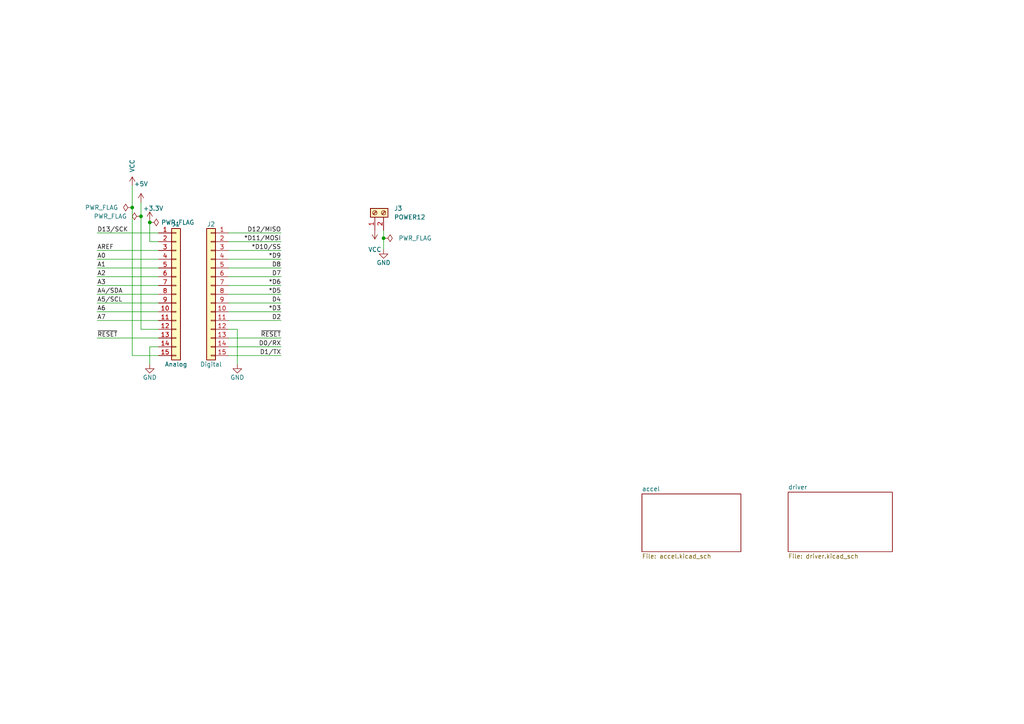
<source format=kicad_sch>
(kicad_sch (version 20211123) (generator eeschema)
  (paper "A4")
  (title_block (date "sam. 04 avril 2015"))
  (lib_symbols
    (symbol "Connector:Screw_Terminal_01x02" (pin_names (offset 1.016) hide)
      (property "Reference" "J" (at 0 2.54 0))
      (property "Value" "Screw_Terminal_01x02" (at 0 -5.08 0))
      (symbol "Screw_Terminal_01x02_1_1"
        (rectangle (start -1.27 1.27) (end 1.27 -3.81) (stroke (width 0.254)) (fill (type background)))
        (circle (center 0 -2.54) (radius 0.635) (stroke (width 0.1524)))
        (polyline (pts (xy -0.5334 -2.2098) (xy 0.3302 -3.048)) (stroke (width 0.1524)))
        (polyline (pts (xy -0.5334 0.3302) (xy 0.3302 -0.508)) (stroke (width 0.1524)))
        (polyline (pts (xy -0.3556 -2.032) (xy 0.508 -2.8702)) (stroke (width 0.1524)))
        (polyline (pts (xy -0.3556 0.508) (xy 0.508 -0.3302)) (stroke (width 0.1524)))
        (circle (center 0 0) (radius 0.635) (stroke (width 0.1524)))
        (pin passive line (at -5.08 0 0) (length 3.81) (name "Pin_1") (number "1"))
        (pin passive line (at -5.08 -2.54 0) (length 3.81) (name "Pin_2") (number "2"))
      )
    )
    (symbol "Connector_Generic:Conn_01x15" (pin_names (offset 1.016) hide)
      (property "Reference" "J" (at 0 20.32 0))
      (property "Value" "Conn_01x15" (at 0 -20.32 0))
      (symbol "Conn_01x15_1_1"
        (rectangle (start -1.27 -17.653) (end 0 -17.907) (stroke (width 0.1524)))
        (rectangle (start -1.27 -15.113) (end 0 -15.367) (stroke (width 0.1524)))
        (rectangle (start -1.27 -12.573) (end 0 -12.827) (stroke (width 0.1524)))
        (rectangle (start -1.27 -10.033) (end 0 -10.287) (stroke (width 0.1524)))
        (rectangle (start -1.27 -7.493) (end 0 -7.747) (stroke (width 0.1524)))
        (rectangle (start -1.27 -4.953) (end 0 -5.207) (stroke (width 0.1524)))
        (rectangle (start -1.27 -2.413) (end 0 -2.667) (stroke (width 0.1524)))
        (rectangle (start -1.27 0.127) (end 0 -0.127) (stroke (width 0.1524)))
        (rectangle (start -1.27 2.667) (end 0 2.413) (stroke (width 0.1524)))
        (rectangle (start -1.27 5.207) (end 0 4.953) (stroke (width 0.1524)))
        (rectangle (start -1.27 7.747) (end 0 7.493) (stroke (width 0.1524)))
        (rectangle (start -1.27 10.287) (end 0 10.033) (stroke (width 0.1524)))
        (rectangle (start -1.27 12.827) (end 0 12.573) (stroke (width 0.1524)))
        (rectangle (start -1.27 15.367) (end 0 15.113) (stroke (width 0.1524)))
        (rectangle (start -1.27 17.907) (end 0 17.653) (stroke (width 0.1524)))
        (rectangle (start -1.27 19.05) (end 1.27 -19.05) (stroke (width 0.254)) (fill (type background)))
        (pin passive line (at -5.08 17.78 0) (length 3.81) (name "Pin_1") (number "1"))
        (pin passive line (at -5.08 -5.08 0) (length 3.81) (name "Pin_10") (number "10"))
        (pin passive line (at -5.08 -7.62 0) (length 3.81) (name "Pin_11") (number "11"))
        (pin passive line (at -5.08 -10.16 0) (length 3.81) (name "Pin_12") (number "12"))
        (pin passive line (at -5.08 -12.7 0) (length 3.81) (name "Pin_13") (number "13"))
        (pin passive line (at -5.08 -15.24 0) (length 3.81) (name "Pin_14") (number "14"))
        (pin passive line (at -5.08 -17.78 0) (length 3.81) (name "Pin_15") (number "15"))
        (pin passive line (at -5.08 15.24 0) (length 3.81) (name "Pin_2") (number "2"))
        (pin passive line (at -5.08 12.7 0) (length 3.81) (name "Pin_3") (number "3"))
        (pin passive line (at -5.08 10.16 0) (length 3.81) (name "Pin_4") (number "4"))
        (pin passive line (at -5.08 7.62 0) (length 3.81) (name "Pin_5") (number "5"))
        (pin passive line (at -5.08 5.08 0) (length 3.81) (name "Pin_6") (number "6"))
        (pin passive line (at -5.08 2.54 0) (length 3.81) (name "Pin_7") (number "7"))
        (pin passive line (at -5.08 0 0) (length 3.81) (name "Pin_8") (number "8"))
        (pin passive line (at -5.08 -2.54 0) (length 3.81) (name "Pin_9") (number "9"))
      )
    )
    (symbol "power:+3.3V" (power) (pin_names (offset 0))
      (property "Value" "+3.3V" (at 0 3.556 0))
      (symbol "+3.3V_0_1"
        (polyline (pts (xy -0.762 1.27) (xy 0 2.54)))
        (polyline (pts (xy 0 0) (xy 0 2.54)))
        (polyline (pts (xy 0 2.54) (xy 0.762 1.27)))
      )
      (symbol "+3.3V_1_1"
        (pin power_in line (at 0 0 90) (length 0) hide (name "+3.3V") (number "1"))
      )
    )
    (symbol "power:+5V" (power) (pin_names (offset 0))
      (property "Value" "+5V" (at 0 3.556 0))
      (symbol "+5V_0_1"
        (polyline (pts (xy -0.762 1.27) (xy 0 2.54)))
        (polyline (pts (xy 0 0) (xy 0 2.54)))
        (polyline (pts (xy 0 2.54) (xy 0.762 1.27)))
      )
      (symbol "+5V_1_1"
        (pin power_in line (at 0 0 90) (length 0) hide (name "+5V") (number "1"))
      )
    )
    (symbol "power:GND" (power) (pin_names (offset 0))
      (property "Value" "GND" (at 0 -3.81 0))
      (symbol "GND_0_1"
        (polyline (pts (xy 0 0) (xy 0 -1.27) (xy 1.27 -1.27) (xy 0 -2.54) (xy -1.27 -1.27) (xy 0 -1.27)))
      )
      (symbol "GND_1_1"
        (pin power_in line (at 0 0 270) (length 0) hide (name "GND") (number "1"))
      )
    )
    (symbol "power:PWR_FLAG" (power) (pin_numbers hide) (pin_names (offset 0) hide)
      (property "Value" "PWR_FLAG" (at 0 3.81 0))
      (symbol "PWR_FLAG_0_0"
        (pin power_out line (at 0 0 90) (length 0) (name "pwr") (number "1"))
      )
      (symbol "PWR_FLAG_0_1"
        (polyline (pts (xy 0 0) (xy 0 1.27) (xy -1.016 1.905) (xy 0 2.54) (xy 1.016 1.905) (xy 0 1.27)))
      )
    )
    (symbol "power:VCC" (power) (pin_names (offset 0))
      (property "Value" "VCC" (at 0 3.81 0))
      (symbol "VCC_0_1"
        (polyline (pts (xy -0.762 1.27) (xy 0 2.54)))
        (polyline (pts (xy 0 0) (xy 0 2.54)))
        (polyline (pts (xy 0 2.54) (xy 0.762 1.27)))
      )
      (symbol "VCC_1_1"
        (pin power_in line (at 0 0 90) (length 0) hide (name "VCC") (number "1"))
      )
    )
  )
  (junction (at 43.434 64.516))
  (junction (at 38.354 60.198))
  (junction (at 40.894 62.738))
  (junction (at 111.252 69.088))
  (wire (pts (xy 66.294 100.584) (xy 81.534 100.584)))
  (wire (pts (xy 45.974 70.104) (xy 43.434 70.104)))
  (wire (pts (xy 40.894 62.738) (xy 40.894 95.504)))
  (wire (pts (xy 28.194 80.264) (xy 45.974 80.264)))
  (wire (pts (xy 43.434 64.516) (xy 43.434 70.104)))
  (wire (pts (xy 28.194 85.344) (xy 45.974 85.344)))
  (wire (pts (xy 40.894 58.674) (xy 40.894 62.738)))
  (wire (pts (xy 45.974 95.504) (xy 40.894 95.504)))
  (wire (pts (xy 28.194 82.804) (xy 45.974 82.804)))
  (wire (pts (xy 66.294 72.644) (xy 81.534 72.644)))
  (wire (pts (xy 66.294 77.724) (xy 81.534 77.724)))
  (wire (pts (xy 66.294 80.264) (xy 81.534 80.264)))
  (wire (pts (xy 66.294 92.964) (xy 81.534 92.964)))
  (wire (pts (xy 28.194 72.644) (xy 45.974 72.644)))
  (wire (pts (xy 66.294 85.344) (xy 81.534 85.344)))
  (wire (pts (xy 43.434 64.008) (xy 43.434 64.516)))
  (wire (pts (xy 66.294 95.504) (xy 68.834 95.504)))
  (wire (pts (xy 66.294 67.564) (xy 81.534 67.564)))
  (wire (pts (xy 38.354 53.848) (xy 38.354 60.198)))
  (wire (pts (xy 45.974 103.124) (xy 38.354 103.124)))
  (wire (pts (xy 28.194 98.044) (xy 45.974 98.044)))
  (wire (pts (xy 38.354 60.198) (xy 38.354 103.124)))
  (wire (pts (xy 66.294 82.804) (xy 81.534 82.804)))
  (wire (pts (xy 66.294 87.884) (xy 81.534 87.884)))
  (wire (pts (xy 28.194 75.184) (xy 45.974 75.184)))
  (wire (pts (xy 28.194 67.564) (xy 45.974 67.564)))
  (wire (pts (xy 66.294 90.424) (xy 81.534 90.424)))
  (wire (pts (xy 28.194 92.964) (xy 45.974 92.964)))
  (wire (pts (xy 28.194 87.884) (xy 45.974 87.884)))
  (wire (pts (xy 66.294 75.184) (xy 81.534 75.184)))
  (wire (pts (xy 66.294 98.044) (xy 81.534 98.044)))
  (wire (pts (xy 68.834 95.504) (xy 68.834 105.664)))
  (wire (pts (xy 111.252 72.39) (xy 111.252 69.088)))
  (wire (pts (xy 66.294 103.124) (xy 81.534 103.124)))
  (wire (pts (xy 111.252 69.088) (xy 111.252 66.802)))
  (wire (pts (xy 28.194 90.424) (xy 45.974 90.424)))
  (wire (pts (xy 43.434 100.584) (xy 43.434 105.664)))
  (wire (pts (xy 45.974 100.584) (xy 43.434 100.584)))
  (wire (pts (xy 28.194 77.724) (xy 45.974 77.724)))
  (wire (pts (xy 66.294 70.104) (xy 81.534 70.104)))
  (label "D4" (at 81.534 87.884 180))
  (label "*D5" (at 81.534 85.344 180))
  (label "A2" (at 28.194 80.264 0))
  (label "D7" (at 81.534 80.264 180))
  (label "D13{slash}SCK" (at 28.194 67.564 0))
  (label "A7" (at 28.194 92.964 0))
  (label "*D6" (at 81.534 82.804 180))
  (label "*D11{slash}MOSI" (at 81.534 70.104 180))
  (label "A1" (at 28.194 77.724 0))
  (label "A4{slash}SDA" (at 28.194 85.344 0))
  (label "A5{slash}SCL" (at 28.194 87.884 0))
  (label "A3" (at 28.194 82.804 0))
  (label "~{RESET}" (at 81.534 98.044 180))
  (label "~{RESET}" (at 28.194 98.044 0))
  (label "A6" (at 28.194 90.424 0))
  (label "A0" (at 28.194 75.184 0))
  (label "*D9" (at 81.534 75.184 180))
  (label "*D3" (at 81.534 90.424 180))
  (label "D2" (at 81.534 92.964 180))
  (label "D8" (at 81.534 77.724 180))
  (label "D1{slash}TX" (at 81.534 103.124 180))
  (label "D0{slash}RX" (at 81.534 100.584 180))
  (label "AREF" (at 28.194 72.644 0))
  (label "*D10{slash}SS" (at 81.534 72.644 180))
  (label "D12{slash}MISO" (at 81.534 67.564 180))
  (symbol (lib_id "Connector_Generic:Conn_01x15") (at 51.054 85.344 0) (unit 1)
    (property "Reference" "J1" (at 51.054 65.024 0))
    (property "Value" "Analog" (at 51.054 105.664 0))
    (property "Footprint" "Connector_PinHeader_2.54mm:PinHeader_1x15_P2.54mm_Vertical" (effects hide))
  )
  (symbol (lib_id "Connector_Generic:Conn_01x15") (at 61.214 85.344 0) (mirror y) (unit 1)
    (property "Reference" "J2" (at 61.214 65.024 0))
    (property "Value" "Digital" (at 61.214 105.664 0))
    (property "Footprint" "Connector_PinHeader_2.54mm:PinHeader_1x15_P2.54mm_Vertical" (effects hide))
  )
  (symbol (lib_id "power:+3.3V") (at 43.434 64.008 0) (unit 1)
    (property "Reference" "#PWR03" (effects hide))
    (property "Value" "+3.3V" (at 44.45 60.452 0))
  )
  (symbol (lib_id "power:PWR_FLAG") (at 38.354 60.198 90) (unit 1)
    (property "Reference" "#FLG01" (effects hide))
    (property "Value" "PWR_FLAG" (at 34.29 60.1979 90) (effects (justify left)))
  )
  (symbol (lib_id "power:GND") (at 111.252 72.39 0) (unit 1)
    (property "Reference" "#PWR07" (effects hide))
    (property "Value" "GND" (at 111.252 76.2 0))
  )
  (symbol (lib_id "power:PWR_FLAG") (at 111.252 69.088 270) (unit 1)
    (property "Reference" "#FLG04" (effects hide))
    (property "Value" "PWR_FLAG" (at 115.57 69.0879 90) (effects (justify left)))
  )
  (symbol (lib_id "power:PWR_FLAG") (at 43.434 64.516 270) (unit 1)
    (property "Reference" "#FLG03" (effects hide))
    (property "Value" "PWR_FLAG" (at 46.736 64.5159 90) (effects (justify left)))
  )
  (symbol (lib_id "Connector:Screw_Terminal_01x02") (at 108.712 61.722 90) (unit 1)
    (property "Reference" "J3" (at 114.3 60.4519 90) (effects (justify right)))
    (property "Value" "POWER12" (at 114.3 62.9919 90) (effects (justify right)))
    (property "Footprint" "Connector_PinHeader_2.54mm:PinHeader_1x01_P2.54mm_Vertical" (effects hide))
  )
  (symbol (lib_id "power:VCC") (at 38.354 53.848 0) (unit 1)
    (property "Reference" "#PWR01" (effects hide))
    (property "Value" "VCC" (at 38.354 50.038 90) (effects (justify left)))
  )
  (symbol (lib_id "power:PWR_FLAG") (at 40.894 62.738 90) (unit 1)
    (property "Reference" "#FLG02" (effects hide))
    (property "Value" "PWR_FLAG" (at 36.83 62.7379 90) (effects (justify left)))
  )
  (symbol (lib_id "power:GND") (at 68.834 105.664 0) (unit 1)
    (property "Reference" "#PWR05" (effects hide))
    (property "Value" "GND" (at 68.834 109.474 0))
  )
  (symbol (lib_id "power:+5V") (at 40.894 58.674 0) (unit 1)
    (property "Reference" "#PWR02" (effects hide))
    (property "Value" "+5V" (at 40.894 53.34 0))
  )
  (symbol (lib_id "power:GND") (at 43.434 105.664 0) (unit 1)
    (property "Reference" "#PWR04" (effects hide))
    (property "Value" "GND" (at 43.434 109.474 0))
  )
  (symbol (lib_id "power:VCC") (at 108.712 66.802 180) (unit 1)
    (property "Reference" "#PWR06" (effects hide))
    (property "Value" "VCC" (at 108.712 72.39 0))
  )
  (sheet (at 228.6 142.748) (size 30.226 17.272) (stroke (width 0.1524))
    (property "Sheet name" "driver" (at 228.6 142.0364 0) (effects (justify left bottom)))
    (property "Sheet file" "driver.kicad_sch" (at 228.6 160.6046 0) (effects (justify left top)))
  )
  (sheet (at 186.182 143.256) (size 28.702 16.764) (stroke (width 0.1524))
    (property "Sheet name" "accel" (at 186.182 142.5444 0) (effects (justify left bottom)))
    (property "Sheet file" "accel.kicad_sch" (at 186.182 160.6046 0) (effects (justify left top)))
  )
)
</source>
